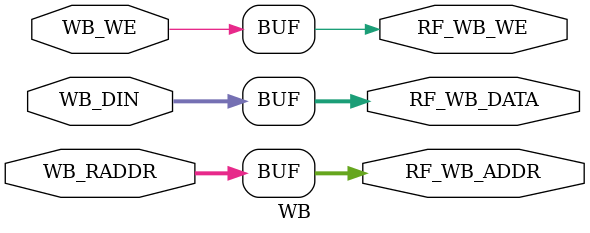
<source format=v>

`timescale 1ns / 10ps

module WB(
	input wire [31:0] WB_DIN,
	input wire  WB_WE,
	input wire [3:0] WB_RADDR,

	output wire RF_WB_WE,
	output wire [3:0] RF_WB_ADDR,
	output wire [31:0] RF_WB_DATA
);

assign RF_WB_WE = WB_WE;
assign RF_WB_ADDR = WB_RADDR;
assign RF_WB_DATA = WB_DIN;

endmodule

</source>
